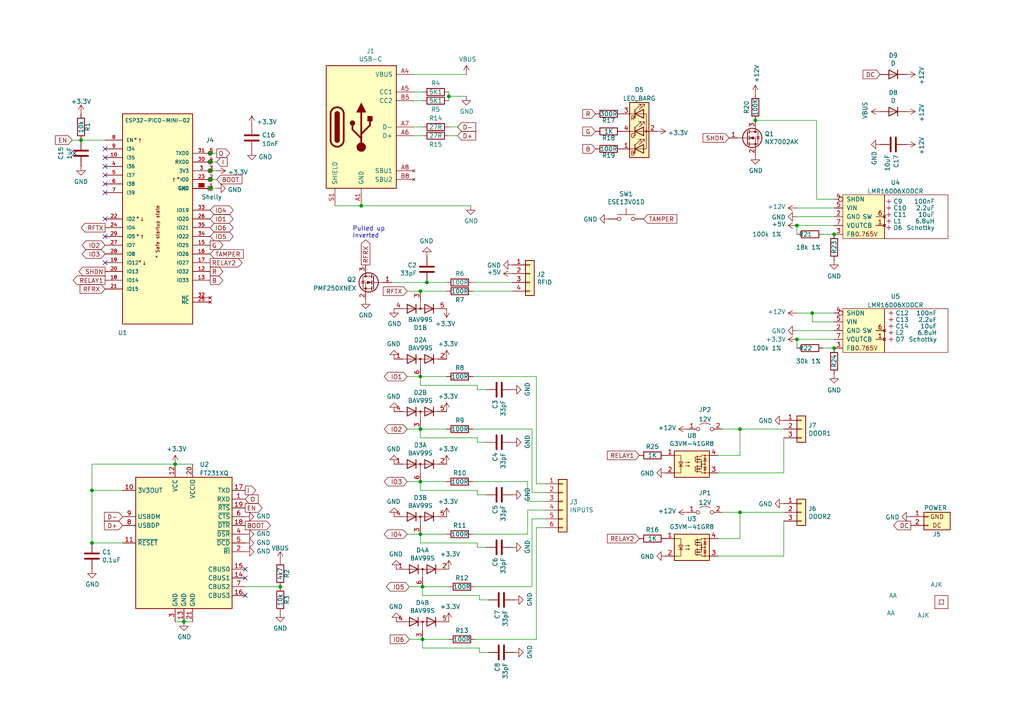
<source format=kicad_sch>
(kicad_sch (version 20230121) (generator eeschema)
  (paper "A4")
  (title_block (title "Access control") (date "${DATE}") (rev "3") (company "Adrian Kennard Andrews & Arnold Ltd") (comment 1 "toot.me.uk/@RevK") (comment 2 "www.me.uk"))
  (junction (at 60.96 49.53))
  (junction (at 123.825 81.915))
  (junction (at 121.92 124.46))
  (junction (at 122.555 170.18))
  (junction (at 104.775 59.69))
  (junction (at 60.96 46.99))
  (junction (at 81.28 170.18))
  (junction (at 241.935 100.965))
  (junction (at 214.63 148.59))
  (junction (at 26.67 157.48))
  (junction (at 121.92 139.7))
  (junction (at 53.34 180.34))
  (junction (at 122.555 185.42))
  (junction (at 130.175 27.94))
  (junction (at 214.63 124.46))
  (junction (at 26.67 142.24))
  (junction (at 121.92 109.22))
  (junction (at 231.14 98.425))
  (junction (at 60.96 52.07))
  (junction (at 60.96 54.61))
  (junction (at 50.8 134.62))
  (junction (at 235.585 90.805))
  (junction (at 60.96 44.45))
  (junction (at 121.92 84.455))
  (junction (at 23.495 40.64))
  (junction (at 231.14 65.405))
  (junction (at 219.075 34.925))
  (junction (at 241.935 67.945))
  (junction (at 121.92 154.94))
  (no_connect (at 21.59 44.45))
  (no_connect (at 71.12 167.64))
  (no_connect (at 71.12 165.1))
  (no_connect (at 71.12 172.72))
  (no_connect (at 30.48 50.8))
  (no_connect (at 30.48 43.18))
  (no_connect (at 30.48 45.72))
  (no_connect (at 30.48 48.26))
  (no_connect (at 30.48 53.34))
  (no_connect (at 30.48 55.88))
  (no_connect (at 30.48 63.5))
  (no_connect (at 30.48 68.58))
  (no_connect (at 30.48 76.2))
  (wire (pts (xy 122.555 187.96) (xy 139.065 187.96)))
  (wire (pts (xy 231.14 98.425) (xy 241.935 98.425)))
  (wire (pts (xy 138.43 111.76) (xy 138.43 113.03)))
  (wire (pts (xy 137.16 154.94) (xy 153.035 154.94)))
  (wire (pts (xy 71.12 170.18) (xy 81.28 170.18)))
  (wire (pts (xy 104.775 59.69) (xy 136.525 59.69)))
  (wire (pts (xy 130.175 36.83) (xy 132.715 36.83)))
  (wire (pts (xy 122.555 170.18) (xy 130.175 170.18)))
  (wire (pts (xy 121.92 84.455) (xy 129.54 84.455)))
  (wire (pts (xy 154.305 170.18) (xy 154.305 150.495)))
  (wire (pts (xy 121.92 142.24) (xy 138.43 142.24)))
  (wire (pts (xy 227.33 151.13) (xy 227.33 161.29)))
  (wire (pts (xy 231.14 98.425) (xy 231.14 100.965)))
  (wire (pts (xy 121.92 109.22) (xy 129.54 109.22)))
  (wire (pts (xy 53.34 180.34) (xy 55.88 180.34)))
  (wire (pts (xy 20.955 40.64) (xy 23.495 40.64)))
  (wire (pts (xy 26.67 142.24) (xy 26.67 134.62)))
  (wire (pts (xy 55.88 134.62) (xy 50.8 134.62)))
  (wire (pts (xy 137.16 139.7) (xy 153.035 139.7)))
  (wire (pts (xy 138.43 158.75) (xy 140.97 158.75)))
  (wire (pts (xy 231.14 65.405) (xy 241.935 65.405)))
  (wire (pts (xy 155.575 140.335) (xy 158.115 140.335)))
  (wire (pts (xy 231.14 60.325) (xy 241.935 60.325)))
  (wire (pts (xy 208.28 156.21) (xy 214.63 156.21)))
  (wire (pts (xy 121.92 139.7) (xy 129.54 139.7)))
  (wire (pts (xy 235.585 90.805) (xy 241.935 90.805)))
  (wire (pts (xy 120.015 36.83) (xy 122.555 36.83)))
  (wire (pts (xy 121.92 124.46) (xy 121.92 127)))
  (wire (pts (xy 231.14 90.805) (xy 235.585 90.805)))
  (wire (pts (xy 231.14 95.885) (xy 241.935 95.885)))
  (wire (pts (xy 120.015 26.67) (xy 122.555 26.67)))
  (wire (pts (xy 155.575 153.035) (xy 158.115 153.035)))
  (wire (pts (xy 121.92 139.7) (xy 121.92 142.24)))
  (wire (pts (xy 130.175 39.37) (xy 132.715 39.37)))
  (wire (pts (xy 208.28 132.08) (xy 214.63 132.08)))
  (wire (pts (xy 154.305 124.46) (xy 154.305 142.875)))
  (wire (pts (xy 236.855 34.925) (xy 236.855 57.785)))
  (wire (pts (xy 137.16 124.46) (xy 154.305 124.46)))
  (wire (pts (xy 214.63 124.46) (xy 209.55 124.46)))
  (wire (pts (xy 137.16 109.22) (xy 155.575 109.22)))
  (wire (pts (xy 153.035 154.94) (xy 153.035 147.955)))
  (wire (pts (xy 138.43 128.27) (xy 140.97 128.27)))
  (wire (pts (xy 121.92 127) (xy 138.43 127)))
  (wire (pts (xy 235.585 90.805) (xy 235.585 93.345)))
  (wire (pts (xy 60.96 52.07) (xy 62.865 52.07)))
  (wire (pts (xy 130.175 27.94) (xy 130.175 29.21)))
  (wire (pts (xy 231.14 65.405) (xy 231.14 67.945)))
  (wire (pts (xy 118.11 84.455) (xy 121.92 84.455)))
  (wire (pts (xy 208.28 161.29) (xy 227.33 161.29)))
  (wire (pts (xy 154.305 150.495) (xy 158.115 150.495)))
  (wire (pts (xy 231.14 62.865) (xy 241.935 62.865)))
  (wire (pts (xy 118.745 185.42) (xy 122.555 185.42)))
  (wire (pts (xy 153.035 147.955) (xy 158.115 147.955)))
  (wire (pts (xy 208.28 137.16) (xy 227.33 137.16)))
  (wire (pts (xy 137.16 81.915) (xy 148.59 81.915)))
  (wire (pts (xy 138.43 142.24) (xy 138.43 143.51)))
  (wire (pts (xy 120.015 21.59) (xy 135.255 21.59)))
  (wire (pts (xy 118.11 124.46) (xy 121.92 124.46)))
  (wire (pts (xy 139.065 187.96) (xy 139.065 189.23)))
  (wire (pts (xy 122.555 172.72) (xy 139.065 172.72)))
  (wire (pts (xy 60.96 54.61) (xy 62.865 54.61)))
  (wire (pts (xy 60.96 49.53) (xy 62.865 49.53)))
  (wire (pts (xy 153.035 145.415) (xy 158.115 145.415)))
  (wire (pts (xy 138.43 113.03) (xy 140.97 113.03)))
  (wire (pts (xy 139.065 172.72) (xy 139.065 173.99)))
  (wire (pts (xy 26.67 134.62) (xy 50.8 134.62)))
  (wire (pts (xy 155.575 185.42) (xy 155.575 153.035)))
  (wire (pts (xy 214.63 148.59) (xy 209.55 148.59)))
  (wire (pts (xy 139.065 173.99) (xy 141.605 173.99)))
  (wire (pts (xy 138.43 143.51) (xy 140.97 143.51)))
  (wire (pts (xy 50.8 180.34) (xy 53.34 180.34)))
  (wire (pts (xy 121.92 154.94) (xy 121.92 157.48)))
  (wire (pts (xy 123.825 81.915) (xy 129.54 81.915)))
  (wire (pts (xy 238.76 67.945) (xy 241.935 67.945)))
  (wire (pts (xy 139.065 189.23) (xy 141.605 189.23)))
  (wire (pts (xy 120.015 29.21) (xy 122.555 29.21)))
  (wire (pts (xy 236.855 57.785) (xy 241.935 57.785)))
  (wire (pts (xy 121.92 157.48) (xy 138.43 157.48)))
  (wire (pts (xy 122.555 185.42) (xy 130.175 185.42)))
  (wire (pts (xy 219.075 34.925) (xy 236.855 34.925)))
  (wire (pts (xy 153.035 139.7) (xy 153.035 145.415)))
  (wire (pts (xy 214.63 156.21) (xy 214.63 148.59)))
  (wire (pts (xy 120.015 39.37) (xy 122.555 39.37)))
  (wire (pts (xy 118.745 170.18) (xy 122.555 170.18)))
  (wire (pts (xy 35.56 157.48) (xy 26.67 157.48)))
  (wire (pts (xy 135.255 27.94) (xy 130.175 27.94)))
  (wire (pts (xy 214.63 132.08) (xy 214.63 124.46)))
  (wire (pts (xy 138.43 127) (xy 138.43 128.27)))
  (wire (pts (xy 121.92 109.22) (xy 121.92 111.76)))
  (wire (pts (xy 137.16 84.455) (xy 148.59 84.455)))
  (wire (pts (xy 121.92 124.46) (xy 129.54 124.46)))
  (wire (pts (xy 26.67 142.24) (xy 35.56 142.24)))
  (wire (pts (xy 122.555 170.18) (xy 122.555 172.72)))
  (wire (pts (xy 113.665 81.915) (xy 123.825 81.915)))
  (wire (pts (xy 130.175 26.67) (xy 130.175 27.94)))
  (wire (pts (xy 26.67 157.48) (xy 26.67 142.24)))
  (wire (pts (xy 137.795 185.42) (xy 155.575 185.42)))
  (wire (pts (xy 137.795 170.18) (xy 154.305 170.18)))
  (wire (pts (xy 60.96 44.45) (xy 62.865 44.45)))
  (wire (pts (xy 118.11 109.22) (xy 121.92 109.22)))
  (wire (pts (xy 227.33 127) (xy 227.33 137.16)))
  (wire (pts (xy 118.11 154.94) (xy 121.92 154.94)))
  (wire (pts (xy 121.92 111.76) (xy 138.43 111.76)))
  (wire (pts (xy 121.92 154.94) (xy 129.54 154.94)))
  (wire (pts (xy 122.555 185.42) (xy 122.555 187.96)))
  (wire (pts (xy 238.76 100.965) (xy 241.935 100.965)))
  (wire (pts (xy 214.63 148.59) (xy 227.33 148.59)))
  (wire (pts (xy 235.585 93.345) (xy 241.935 93.345)))
  (wire (pts (xy 155.575 109.22) (xy 155.575 140.335)))
  (wire (pts (xy 97.155 59.69) (xy 104.775 59.69)))
  (wire (pts (xy 154.305 142.875) (xy 158.115 142.875)))
  (wire (pts (xy 118.11 139.7) (xy 121.92 139.7)))
  (wire (pts (xy 23.495 40.64) (xy 30.48 40.64)))
  (wire (pts (xy 214.63 124.46) (xy 227.33 124.46)))
  (wire (pts (xy 138.43 157.48) (xy 138.43 158.75)))
  (wire (pts (xy 60.96 46.99) (xy 62.865 46.99)))
  (text "Pulled up\nInverted" (at 102.235 69.215 0) (effects (font (size 1.27 1.27)) (justify left bottom)))
  (global_label "BOOT" (shape output) (at 71.12 152.4 0) (property "Intersheetrefs" "${INTERSHEET_REFS}" (effects hide)))
  (global_label "IO3" (shape bidirectional) (at 118.11 139.7 180) (property "Intersheetrefs" "${INTERSHEET_REFS}" (effects hide)))
  (global_label "RELAY2" (shape output) (at 60.96 76.2 0) (property "Intersheetrefs" "${INTERSHEET_REFS}" (effects hide)))
  (global_label "I" (shape input) (at 62.865 46.99 0) (property "Intersheetrefs" "${INTERSHEET_REFS}" (effects hide)))
  (global_label "D+" (shape input) (at 35.56 152.4 180) (property "Intersheetrefs" "${INTERSHEET_REFS}" (effects hide)))
  (global_label "O" (shape output) (at 62.865 44.45 0) (property "Intersheetrefs" "${INTERSHEET_REFS}" (effects hide)))
  (global_label "B" (shape input) (at 172.72 43.18 180) (property "Intersheetrefs" "${INTERSHEET_REFS}" (effects hide)))
  (global_label "I" (shape output) (at 71.12 142.24 0) (property "Intersheetrefs" "${INTERSHEET_REFS}" (effects hide)))
  (global_label "IO4" (shape bidirectional) (at 118.11 154.94 180) (property "Intersheetrefs" "${INTERSHEET_REFS}" (effects hide)))
  (global_label "IO4" (shape bidirectional) (at 60.96 60.96 0) (property "Intersheetrefs" "${INTERSHEET_REFS}" (effects hide)))
  (global_label "O" (shape input) (at 71.12 144.78 0) (property "Intersheetrefs" "${INTERSHEET_REFS}" (effects hide)))
  (global_label "EN" (shape input) (at 20.955 40.64 180) (property "Intersheetrefs" "${INTERSHEET_REFS}" (effects hide)))
  (global_label "IO5" (shape bidirectional) (at 118.745 170.18 180) (property "Intersheetrefs" "${INTERSHEET_REFS}" (effects hide)))
  (global_label "BOOT" (shape input) (at 62.865 52.07 0) (property "Intersheetrefs" "${INTERSHEET_REFS}" (effects hide)))
  (global_label "D-" (shape input) (at 132.715 36.83 0) (property "Intersheetrefs" "${INTERSHEET_REFS}" (effects hide)))
  (global_label "R" (shape output) (at 60.96 78.74 0) (property "Intersheetrefs" "${INTERSHEET_REFS}" (effects hide)))
  (global_label "IO2" (shape bidirectional) (at 30.48 71.12 180) (property "Intersheetrefs" "${INTERSHEET_REFS}" (effects hide)))
  (global_label "SHDN" (shape input) (at 211.455 40.005 180) (property "Intersheetrefs" "${INTERSHEET_REFS}" (effects hide)))
  (global_label "RELAY2" (shape input) (at 185.42 156.21 180) (property "Intersheetrefs" "${INTERSHEET_REFS}" (effects hide)))
  (global_label "TAMPER" (shape input) (at 186.69 63.5 0) (property "Intersheetrefs" "${INTERSHEET_REFS}" (effects hide)))
  (global_label "RFTX" (shape output) (at 30.48 66.04 180) (property "Intersheetrefs" "${INTERSHEET_REFS}" (effects hide)))
  (global_label "TAMPER" (shape input) (at 60.96 73.66 0) (property "Intersheetrefs" "${INTERSHEET_REFS}" (effects hide)))
  (global_label "IO1" (shape bidirectional) (at 60.96 63.5 0) (property "Intersheetrefs" "${INTERSHEET_REFS}" (effects hide)))
  (global_label "RELAY1" (shape input) (at 185.42 132.08 180) (property "Intersheetrefs" "${INTERSHEET_REFS}" (effects hide)))
  (global_label "DC" (shape input) (at 255.27 21.59 180) (property "Intersheetrefs" "${INTERSHEET_REFS}" (effects hide)))
  (global_label "DC" (shape output) (at 264.16 152.4 180) (property "Intersheetrefs" "${INTERSHEET_REFS}" (effects hide)))
  (global_label "IO6" (shape bidirectional) (at 60.96 66.04 0) (property "Intersheetrefs" "${INTERSHEET_REFS}" (effects hide)))
  (global_label "G" (shape output) (at 60.96 71.12 0) (property "Intersheetrefs" "${INTERSHEET_REFS}" (effects hide)))
  (global_label "RFRX" (shape output) (at 106.045 76.835 90) (property "Intersheetrefs" "${INTERSHEET_REFS}" (effects hide)))
  (global_label "D+" (shape input) (at 132.715 39.37 0) (property "Intersheetrefs" "${INTERSHEET_REFS}" (effects hide)))
  (global_label "EN" (shape output) (at 71.12 147.32 0) (property "Intersheetrefs" "${INTERSHEET_REFS}" (effects hide)))
  (global_label "IO2" (shape bidirectional) (at 118.11 124.46 180) (property "Intersheetrefs" "${INTERSHEET_REFS}" (effects hide)))
  (global_label "IO1" (shape bidirectional) (at 118.11 109.22 180) (property "Intersheetrefs" "${INTERSHEET_REFS}" (effects hide)))
  (global_label "IO3" (shape bidirectional) (at 30.48 73.66 180) (property "Intersheetrefs" "${INTERSHEET_REFS}" (effects hide)))
  (global_label "D-" (shape input) (at 35.56 149.86 180) (property "Intersheetrefs" "${INTERSHEET_REFS}" (effects hide)))
  (global_label "RELAY1" (shape output) (at 30.48 81.28 180) (property "Intersheetrefs" "${INTERSHEET_REFS}" (effects hide)))
  (global_label "RFRX" (shape input) (at 30.48 83.82 180) (property "Intersheetrefs" "${INTERSHEET_REFS}" (effects hide)))
  (global_label "B" (shape output) (at 60.96 81.28 0) (property "Intersheetrefs" "${INTERSHEET_REFS}" (effects hide)))
  (global_label "IO6" (shape input) (at 118.745 185.42 180) (property "Intersheetrefs" "${INTERSHEET_REFS}" (effects hide)))
  (global_label "G" (shape input) (at 172.72 38.1 180) (property "Intersheetrefs" "${INTERSHEET_REFS}" (effects hide)))
  (global_label "SHDN" (shape output) (at 30.48 78.74 180) (property "Intersheetrefs" "${INTERSHEET_REFS}" (effects hide)))
  (global_label "R" (shape input) (at 172.72 33.02 180) (property "Intersheetrefs" "${INTERSHEET_REFS}" (effects hide)))
  (global_label "IO5" (shape bidirectional) (at 60.96 68.58 0) (property "Intersheetrefs" "${INTERSHEET_REFS}" (effects hide)))
  (global_label "RFTX" (shape input) (at 118.11 84.455 180) (property "Intersheetrefs" "${INTERSHEET_REFS}" (effects hide)))
  (symbol (lib_id "RevK:USB-C") (at 104.775 36.83 0) (unit 1)
    (property "Reference" "J1" (at 107.4928 14.8082 0))
    (property "Value" "USB-C" (at 107.4928 17.1196 0))
    (property "Footprint" "RevK:USC16-TR" (effects hide))
    (property "Datasheet" "https://www.usb.org/sites/default/files/documents/usb_type-c.zip" (effects hide))
    (property "LCSC Part #" "C709357" (effects hide))
  )
  (symbol (lib_id "Device:R") (at 126.365 26.67 90) (unit 1)
    (property "Reference" "R4" (at 126.365 24.13 90))
    (property "Value" "5K1" (at 126.365 26.67 90))
    (property "Footprint" "RevK:R_0603" (effects hide))
  )
  (symbol (lib_id "power:GND") (at 136.525 59.69 0) (unit 1)
    (property "Reference" "#PWR032" (effects hide))
    (property "Value" "GND" (at 136.652 64.0842 0))
  )
  (symbol (lib_id "Device:R") (at 126.365 29.21 270) (unit 1)
    (property "Reference" "R5" (at 126.365 31.75 90))
    (property "Value" "5K1" (at 126.365 29.21 90))
    (property "Footprint" "RevK:R_0603" (effects hide))
  )
  (symbol (lib_id "RevK:AJK") (at 271.78 169.545 0) (unit 1) (in_bom no)
    (property "Reference" "AJK1" (effects hide))
    (property "Value" "AJK" (at 269.875 169.545 0) (effects (justify left)))
    (property "Footprint" "RevK:AJK" (effects hide))
    (property "Note" "Non part, PCB printed" (effects hide))
  )
  (symbol (lib_id "Connector_Generic:Conn_01x04") (at 153.67 79.375 0) (unit 1)
    (property "Reference" "J2" (at 155.702 79.5782 0) (effects (justify left)))
    (property "Value" "RFID" (at 155.702 81.8896 0) (effects (justify left)))
    (property "Footprint" "RevK:PTSM-HH-4-RA" (effects hide))
  )
  (symbol (lib_id "RevK:PowerIn") (at 269.24 149.86 0) (unit 1)
    (property "Reference" "J5" (at 270.51 154.94 0) (effects (justify left)))
    (property "Value" "POWER" (at 267.97 147.32 0) (effects (justify left)))
    (property "Footprint" "RevK:PTSM-HH1-2-RA" (effects hide))
  )
  (symbol (lib_id "power:GND") (at 148.59 76.835 270) (unit 1)
    (property "Reference" "#PWR033" (effects hide))
    (property "Value" "GND" (at 145.3388 76.962 90) (effects (justify right)))
  )
  (symbol (lib_id "power:GND") (at 264.16 149.86 270) (unit 1)
    (property "Reference" "#PWR045" (effects hide))
    (property "Value" "GND" (at 260.9088 149.987 90) (effects (justify right)))
  )
  (symbol (lib_id "power:+5V") (at 148.59 79.375 90) (unit 1)
    (property "Reference" "#PWR034" (effects hide))
    (property "Value" "+5V" (at 145.3388 78.994 90) (effects (justify left)))
  )
  (symbol (lib_id "power:GND") (at 193.04 161.29 270) (unit 1)
    (property "Reference" "#PWR041" (effects hide))
    (property "Value" "GND" (at 189.7888 161.417 90) (effects (justify right)))
  )
  (symbol (lib_id "Device:R") (at 189.23 156.21 270) (unit 1)
    (property "Reference" "R16" (at 189.23 153.67 90))
    (property "Value" "1K" (at 189.23 156.21 90))
    (property "Footprint" "RevK:R_0603" (effects hide))
  )
  (symbol (lib_id "power:GND") (at 219.075 45.085 0) (unit 1)
    (property "Reference" "#PWR049" (effects hide))
    (property "Value" "GND" (at 219.202 49.4792 0))
  )
  (symbol (lib_id "power:GND") (at 53.34 180.34 0) (unit 1)
    (property "Reference" "#PWR04" (effects hide))
    (property "Value" "GND" (at 53.467 184.7342 0))
  )
  (symbol (lib_id "power:+3.3V") (at 50.8 134.62 0) (unit 1)
    (property "Reference" "#PWR03" (effects hide))
    (property "Value" "+3.3V" (at 51.181 130.2258 0))
  )
  (symbol (lib_id "power:GND") (at 71.12 149.86 90) (unit 1)
    (property "Reference" "#PWR07" (effects hide))
    (property "Value" "GND" (at 74.3712 149.733 90) (effects (justify right)))
  )
  (symbol (lib_id "power:GND") (at 71.12 154.94 90) (unit 1)
    (property "Reference" "#PWR08" (effects hide))
    (property "Value" "GND" (at 74.3712 154.813 90) (effects (justify right)))
  )
  (symbol (lib_id "power:GND") (at 71.12 157.48 90) (unit 1)
    (property "Reference" "#PWR09" (effects hide))
    (property "Value" "GND" (at 74.3712 157.353 90) (effects (justify right)))
  )
  (symbol (lib_id "power:GND") (at 71.12 160.02 90) (unit 1)
    (property "Reference" "#PWR010" (effects hide))
    (property "Value" "GND" (at 74.3712 159.893 90) (effects (justify right)))
  )
  (symbol (lib_id "RevK:G3VM-41GR8") (at 200.66 158.75 0) (unit 1)
    (property "Reference" "U3" (at 200.66 150.495 0))
    (property "Value" "G3VM-41GR8" (at 200.66 152.8064 0))
    (property "Footprint" "RevK:Special-SOP-4-3.7x4.55" (effects hide))
    (property "Datasheet" "https://toshiba.semicon-storage.com/info/docget.jsp?did=1284&prodName=TLP3542" (effects hide))
    (property "LCSC Part #" "C2691601" (effects hide))
    (property "JLCPCB Rotation Offset" "180" (effects hide))
  )
  (symbol (lib_id "Device:R") (at 126.365 36.83 270) (unit 1)
    (property "Reference" "R14" (at 126.365 34.29 90))
    (property "Value" "27R" (at 126.365 36.83 90))
    (property "Footprint" "RevK:R_0603" (effects hide))
  )
  (symbol (lib_id "Device:R") (at 126.365 39.37 270) (unit 1)
    (property "Reference" "R15" (at 126.365 41.91 90))
    (property "Value" "27R" (at 126.365 39.37 90))
    (property "Footprint" "RevK:R_0603" (effects hide))
  )
  (symbol (lib_id "Connector_Generic:Conn_01x03") (at 232.41 148.59 0) (unit 1)
    (property "Reference" "J6" (at 234.442 147.5232 0) (effects (justify left)))
    (property "Value" "DOOR2" (at 234.442 149.8346 0) (effects (justify left)))
    (property "Footprint" "RevK:PTSM-HH1-3-RA-W" (effects hide))
  )
  (symbol (lib_id "Connector_Generic:Conn_01x06") (at 163.195 145.415 0) (unit 1)
    (property "Reference" "J3" (at 165.227 145.6182 0) (effects (justify left)))
    (property "Value" "INPUTS" (at 165.227 147.9296 0) (effects (justify left)))
    (property "Footprint" "RevK:PTSM-HH-6-RA" (effects hide))
  )
  (symbol (lib_id "power:+12V") (at 199.39 148.59 90) (unit 1)
    (property "Reference" "#PWR042" (effects hide))
    (property "Value" "+12V" (at 196.1388 148.209 90) (effects (justify left)))
  )
  (symbol (lib_id "power:+12V") (at 262.89 32.385 270) (unit 1)
    (property "Reference" "#PWR059" (effects hide))
    (property "Value" "+12V" (at 267.2842 32.766 0))
  )
  (symbol (lib_id "Device:D") (at 259.08 32.385 180) (unit 1)
    (property "Reference" "D8" (at 259.08 26.8732 0))
    (property "Value" "D" (at 259.08 29.1846 0))
    (property "Footprint" "RevK:D_1206" (effects hide))
    (property "LCSC Part #" "C143805" (effects hide))
  )
  (symbol (lib_id "power:VBUS") (at 255.27 32.385 90) (unit 1)
    (property "Reference" "#PWR058" (effects hide))
    (property "Value" "VBUS" (at 250.8758 32.004 0))
  )
  (symbol (lib_id "power:GND") (at 227.33 146.05 270) (unit 1)
    (property "Reference" "#PWR047" (effects hide))
    (property "Value" "GND" (at 224.0788 146.177 90) (effects (justify right)))
  )
  (symbol (lib_id "RevK:QR") (at 273.05 174.625 0) (unit 1) (in_bom no)
    (property "Reference" "U7" (effects hide))
    (property "Value" "QR" (effects hide))
    (property "Footprint" "RevK:QR-SS" (effects hide))
    (property "Note" "Non part, PCB printed" (effects hide))
  )
  (symbol (lib_id "Device:C") (at 26.67 161.29 0) (unit 1)
    (property "Reference" "C1" (at 29.591 160.1216 0) (effects (justify left)))
    (property "Value" "0.1uF" (at 29.591 162.433 0) (effects (justify left)))
    (property "Footprint" "RevK:C_0603" (effects hide))
  )
  (symbol (lib_id "power:GND") (at 26.67 165.1 0) (unit 1)
    (property "Reference" "#PWR01" (effects hide))
    (property "Value" "GND" (at 26.797 169.4942 0))
  )
  (symbol (lib_id "power:+12V") (at 231.14 90.805 90) (unit 1)
    (property "Reference" "#PWR053" (effects hide))
    (property "Value" "+12V" (at 227.8888 90.424 90) (effects (justify left)))
  )
  (symbol (lib_id "power:+12V") (at 231.14 60.325 90) (unit 1)
    (property "Reference" "#PWR050" (effects hide))
    (property "Value" "+12V" (at 227.8888 59.944 90) (effects (justify left)))
  )
  (symbol (lib_id "power:+5V") (at 231.14 65.405 90) (unit 1)
    (property "Reference" "#PWR052" (effects hide))
    (property "Value" "+5V" (at 227.8888 65.024 90) (effects (justify left)))
  )
  (symbol (lib_id "Switch:SW_Push") (at 181.61 63.5 0) (unit 1)
    (property "Reference" "SW1" (at 181.61 56.261 0))
    (property "Value" "ESE13V01D" (at 181.61 58.5724 0))
    (property "Footprint" "RevK:ESE13" (effects hide))
  )
  (symbol (lib_id "power:GND") (at 176.53 63.5 270) (unit 1)
    (property "Reference" "#PWR043" (effects hide))
    (property "Value" "GND" (at 173.2788 63.627 90) (effects (justify right)))
  )
  (symbol (lib_id "Device:R") (at 219.075 31.115 180) (unit 1)
    (property "Reference" "R20" (at 216.535 31.115 90))
    (property "Value" "100K" (at 219.075 31.115 90))
    (property "Footprint" "RevK:R_0603" (effects hide))
  )
  (symbol (lib_id "power:+12V") (at 219.075 27.305 0) (unit 1)
    (property "Reference" "#PWR048" (effects hide))
    (property "Value" "+12V" (at 219.456 24.0538 90) (effects (justify left)))
  )
  (symbol (lib_id "Device:R") (at 133.35 84.455 270) (unit 1)
    (property "Reference" "R7" (at 133.35 86.995 90))
    (property "Value" "100R" (at 133.35 84.455 90))
    (property "Footprint" "RevK:R_0603" (effects hide))
  )
  (symbol (lib_id "Device:R") (at 133.35 81.915 270) (unit 1)
    (property "Reference" "R6" (at 133.35 79.375 90))
    (property "Value" "100R" (at 133.35 81.915 90))
    (property "Footprint" "RevK:R_0603" (effects hide))
  )
  (symbol (lib_id "Device:R") (at 133.35 109.22 270) (unit 1)
    (property "Reference" "R8" (at 133.35 106.68 90))
    (property "Value" "100R" (at 133.35 109.22 90))
    (property "Footprint" "RevK:R_0603" (effects hide))
  )
  (symbol (lib_id "Diode:BAV99S") (at 121.92 104.14 0) (unit 1)
    (property "Reference" "D2" (at 121.92 98.6282 0))
    (property "Value" "BAV99S" (at 121.92 100.9396 0))
    (property "Footprint" "RevK:SOT-363_SC-70-6" (effects hide))
    (property "Datasheet" "https://assets.nexperia.com/documents/data-sheet/BAV99_SER.pdf" (effects hide))
    (property "JLCPCB Rotation Offset" "90" (effects hide))
  )
  (symbol (lib_id "power:+3.3V") (at 129.54 104.14 0) (unit 1)
    (property "Reference" "#PWR024" (effects hide))
    (property "Value" "+3.3V" (at 129.921 99.7458 0))
  )
  (symbol (lib_id "Device:R") (at 133.35 124.46 270) (unit 1)
    (property "Reference" "R9" (at 133.35 121.92 90))
    (property "Value" "100R" (at 133.35 124.46 90))
    (property "Footprint" "RevK:R_0603" (effects hide))
  )
  (symbol (lib_id "Diode:BAV99S") (at 121.92 119.38 0) (unit 2)
    (property "Reference" "D2" (at 121.92 113.8682 0))
    (property "Value" "BAV99S" (at 121.92 116.1796 0))
    (property "Footprint" "RevK:SOT-363_SC-70-6" (effects hide))
    (property "Datasheet" "https://assets.nexperia.com/documents/data-sheet/BAV99_SER.pdf" (effects hide))
    (property "JLCPCB Rotation Offset" "90" (effects hide))
  )
  (symbol (lib_id "power:+3.3V") (at 129.54 119.38 0) (unit 1)
    (property "Reference" "#PWR025" (effects hide))
    (property "Value" "+3.3V" (at 129.921 114.9858 0))
  )
  (symbol (lib_id "power:GND") (at 114.3 119.38 180) (unit 1)
    (property "Reference" "#PWR017" (effects hide))
    (property "Value" "GND" (at 114.173 114.9858 0))
  )
  (symbol (lib_id "Diode:BAV99S") (at 121.92 89.535 0) (mirror x) (unit 2)
    (property "Reference" "D1" (at 121.92 95.0468 0))
    (property "Value" "BAV99S" (at 121.92 92.7354 0))
    (property "Footprint" "RevK:SOT-363_SC-70-6" (effects hide))
    (property "Datasheet" "https://assets.nexperia.com/documents/data-sheet/BAV99_SER.pdf" (effects hide))
    (property "JLCPCB Rotation Offset" "90" (effects hide))
  )
  (symbol (lib_id "power:+3.3V") (at 129.54 89.535 180) (unit 1)
    (property "Reference" "#PWR023" (effects hide))
    (property "Value" "+3.3V" (at 129.159 93.9292 0))
  )
  (symbol (lib_id "power:GND") (at 114.3 89.535 0) (unit 1)
    (property "Reference" "#PWR015" (effects hide))
    (property "Value" "GND" (at 114.427 93.9292 0))
  )
  (symbol (lib_id "RevK:AA") (at 258.445 172.72 0) (unit 1) (in_bom no)
    (property "Reference" "U6" (effects hide))
    (property "Value" "AA" (at 257.81 172.72 0) (effects (justify left)))
    (property "Footprint" "RevK:AA" (effects hide))
    (property "Note" "Non part, PCB printed" (effects hide))
  )
  (symbol (lib_id "Device:C") (at 144.78 113.03 90) (mirror x) (unit 1)
    (property "Reference" "C3" (at 143.6116 115.951 0) (effects (justify left)))
    (property "Value" "33pF" (at 145.923 115.951 0) (effects (justify left)))
    (property "Footprint" "RevK:C_0603" (effects hide))
  )
  (symbol (lib_id "power:GND") (at 148.59 113.03 90) (unit 1)
    (property "Reference" "#PWR035" (effects hide))
    (property "Value" "GND" (at 152.9842 112.903 0))
  )
  (symbol (lib_id "Device:R") (at 133.35 139.7 270) (unit 1)
    (property "Reference" "R10" (at 133.35 137.16 90))
    (property "Value" "100R" (at 133.35 139.7 90))
    (property "Footprint" "RevK:R_0603" (effects hide))
  )
  (symbol (lib_id "Diode:BAV99S") (at 121.92 134.62 0) (unit 1)
    (property "Reference" "D3" (at 121.92 129.1082 0))
    (property "Value" "BAV99S" (at 121.92 131.4196 0))
    (property "Footprint" "RevK:SOT-363_SC-70-6" (effects hide))
    (property "Datasheet" "https://assets.nexperia.com/documents/data-sheet/BAV99_SER.pdf" (effects hide))
    (property "JLCPCB Rotation Offset" "90" (effects hide))
  )
  (symbol (lib_id "power:+3.3V") (at 129.54 134.62 0) (unit 1)
    (property "Reference" "#PWR026" (effects hide))
    (property "Value" "+3.3V" (at 129.921 130.2258 0))
  )
  (symbol (lib_id "power:GND") (at 114.3 134.62 180) (unit 1)
    (property "Reference" "#PWR018" (effects hide))
    (property "Value" "GND" (at 114.173 130.2258 0))
  )
  (symbol (lib_id "Device:R") (at 133.35 154.94 270) (unit 1)
    (property "Reference" "R11" (at 133.35 152.4 90))
    (property "Value" "100R" (at 133.35 154.94 90))
    (property "Footprint" "RevK:R_0603" (effects hide))
  )
  (symbol (lib_id "Diode:BAV99S") (at 121.92 149.86 0) (unit 2)
    (property "Reference" "D3" (at 121.92 144.3482 0))
    (property "Value" "BAV99S" (at 121.92 146.6596 0))
    (property "Footprint" "RevK:SOT-363_SC-70-6" (effects hide))
    (property "Datasheet" "https://assets.nexperia.com/documents/data-sheet/BAV99_SER.pdf" (effects hide))
    (property "JLCPCB Rotation Offset" "90" (effects hide))
  )
  (symbol (lib_id "power:+3.3V") (at 129.54 149.86 0) (unit 1)
    (property "Reference" "#PWR027" (effects hide))
    (property "Value" "+3.3V" (at 129.921 145.4658 0))
  )
  (symbol (lib_id "power:GND") (at 114.3 149.86 180) (unit 1)
    (property "Reference" "#PWR019" (effects hide))
    (property "Value" "GND" (at 114.173 145.4658 0))
  )
  (symbol (lib_id "Device:R") (at 133.985 170.18 270) (unit 1)
    (property "Reference" "R12" (at 133.985 167.64 90))
    (property "Value" "100R" (at 133.985 170.18 90))
    (property "Footprint" "RevK:R_0603" (effects hide))
  )
  (symbol (lib_id "Diode:BAV99S") (at 122.555 165.1 0) (unit 1)
    (property "Reference" "D4" (at 122.555 159.5882 0))
    (property "Value" "BAV99S" (at 122.555 161.8996 0))
    (property "Footprint" "RevK:SOT-363_SC-70-6" (effects hide))
    (property "Datasheet" "https://assets.nexperia.com/documents/data-sheet/BAV99_SER.pdf" (effects hide))
    (property "JLCPCB Rotation Offset" "90" (effects hide))
  )
  (symbol (lib_id "power:+3.3V") (at 130.175 165.1 0) (unit 1)
    (property "Reference" "#PWR028" (effects hide))
    (property "Value" "+3.3V" (at 130.556 160.7058 0))
  )
  (symbol (lib_id "power:GND") (at 114.935 165.1 180) (unit 1)
    (property "Reference" "#PWR020" (effects hide))
    (property "Value" "GND" (at 114.808 160.7058 0))
  )
  (symbol (lib_id "Device:R") (at 133.985 185.42 270) (unit 1)
    (property "Reference" "R13" (at 133.985 182.88 90))
    (property "Value" "100R" (at 133.985 185.42 90))
    (property "Footprint" "RevK:R_0603" (effects hide))
  )
  (symbol (lib_id "Diode:BAV99S") (at 122.555 180.34 0) (unit 2)
    (property "Reference" "D4" (at 122.555 174.8282 0))
    (property "Value" "BAV99S" (at 122.555 177.1396 0))
    (property "Footprint" "RevK:SOT-363_SC-70-6" (effects hide))
    (property "Datasheet" "https://assets.nexperia.com/documents/data-sheet/BAV99_SER.pdf" (effects hide))
    (property "JLCPCB Rotation Offset" "90" (effects hide))
  )
  (symbol (lib_id "power:+3.3V") (at 130.175 180.34 0) (unit 1)
    (property "Reference" "#PWR029" (effects hide))
    (property "Value" "+3.3V" (at 130.556 175.9458 0))
  )
  (symbol (lib_id "power:GND") (at 114.935 180.34 180) (unit 1)
    (property "Reference" "#PWR021" (effects hide))
    (property "Value" "GND" (at 114.808 175.9458 0))
  )
  (symbol (lib_id "Device:C") (at 144.78 128.27 90) (mirror x) (unit 1)
    (property "Reference" "C4" (at 143.6116 131.191 0) (effects (justify left)))
    (property "Value" "33pF" (at 145.923 131.191 0) (effects (justify left)))
    (property "Footprint" "RevK:C_0603" (effects hide))
  )
  (symbol (lib_id "power:GND") (at 148.59 128.27 90) (unit 1)
    (property "Reference" "#PWR036" (effects hide))
    (property "Value" "GND" (at 152.9842 128.143 0))
  )
  (symbol (lib_id "Device:C") (at 144.78 143.51 90) (mirror x) (unit 1)
    (property "Reference" "C5" (at 143.6116 146.431 0) (effects (justify left)))
    (property "Value" "33pF" (at 145.923 146.431 0) (effects (justify left)))
    (property "Footprint" "RevK:C_0603" (effects hide))
  )
  (symbol (lib_id "power:GND") (at 148.59 143.51 90) (unit 1)
    (property "Reference" "#PWR037" (effects hide))
    (property "Value" "GND" (at 152.9842 143.383 0))
  )
  (symbol (lib_id "Device:C") (at 144.78 158.75 90) (mirror x) (unit 1)
    (property "Reference" "C6" (at 143.6116 161.671 0) (effects (justify left)))
    (property "Value" "33pF" (at 145.923 161.671 0) (effects (justify left)))
    (property "Footprint" "RevK:C_0603" (effects hide))
  )
  (symbol (lib_id "power:GND") (at 148.59 158.75 90) (unit 1)
    (property "Reference" "#PWR038" (effects hide))
    (property "Value" "GND" (at 152.9842 158.623 0))
  )
  (symbol (lib_id "Device:C") (at 145.415 173.99 90) (mirror x) (unit 1)
    (property "Reference" "C7" (at 144.2466 176.911 0) (effects (justify left)))
    (property "Value" "33pF" (at 146.558 176.911 0) (effects (justify left)))
    (property "Footprint" "RevK:C_0603" (effects hide))
  )
  (symbol (lib_id "power:GND") (at 149.225 173.99 90) (unit 1)
    (property "Reference" "#PWR039" (effects hide))
    (property "Value" "GND" (at 153.6192 173.863 0))
  )
  (symbol (lib_id "Device:C") (at 145.415 189.23 90) (mirror x) (unit 1)
    (property "Reference" "C8" (at 144.2466 192.151 0) (effects (justify left)))
    (property "Value" "33pF" (at 146.558 192.151 0) (effects (justify left)))
    (property "Footprint" "RevK:C_0603" (effects hide))
  )
  (symbol (lib_id "power:GND") (at 149.225 189.23 90) (unit 1)
    (property "Reference" "#PWR040" (effects hide))
    (property "Value" "GND" (at 153.6192 189.103 0))
  )
  (symbol (lib_id "Device:C") (at 123.825 78.105 0) (mirror y) (unit 1)
    (property "Reference" "C2" (at 120.904 76.9366 0) (effects (justify left)))
    (property "Value" "33pF" (at 120.904 79.248 0) (effects (justify left)))
    (property "Footprint" "RevK:C_0603" (effects hide))
  )
  (symbol (lib_id "power:GND") (at 123.825 74.295 180) (unit 1)
    (property "Reference" "#PWR013" (effects hide))
    (property "Value" "GND" (at 123.698 69.9008 0))
  )
  (symbol (lib_id "Device:Q_NMOS_GSD") (at 216.535 40.005 0) (unit 1)
    (property "Reference" "Q1" (at 221.742 38.8366 0) (effects (justify left)))
    (property "Value" "NX7002AK" (at 221.742 41.148 0) (effects (justify left)))
    (property "Footprint" "Package_TO_SOT_SMD:SOT-23" (effects hide))
    (property "Manufacturer" "Nexperia" (effects hide))
    (property "Part No" "NX7002AK" (effects hide))
    (property "JLCPCB Rotation Offset" "180" (effects hide))
  )
  (symbol (lib_id "power:VBUS") (at 135.255 21.59 0) (unit 1)
    (property "Reference" "#PWR030" (effects hide))
    (property "Value" "VBUS" (at 135.636 17.1958 0))
  )
  (symbol (lib_id "power:GND") (at 135.255 27.94 0) (unit 1)
    (property "Reference" "#PWR031" (effects hide))
    (property "Value" "GND" (at 135.382 32.3342 0))
  )
  (symbol (lib_id "power:GND") (at 114.3 104.14 180) (unit 1)
    (property "Reference" "#PWR016" (effects hide))
    (property "Value" "GND" (at 114.173 99.7458 0))
  )
  (symbol (lib_id "power:+12V") (at 262.89 21.59 270) (unit 1)
    (property "Reference" "#PWR0105" (effects hide))
    (property "Value" "+12V" (at 267.2842 21.971 0))
  )
  (symbol (lib_id "RevK:AA") (at 257.81 177.8 0) (unit 1) (in_bom no)
    (property "Reference" "U9" (effects hide))
    (property "Value" "AA" (at 257.175 177.8 0) (effects (justify left)))
    (property "Footprint" "RevK:AA" (effects hide))
    (property "Note" "Non part, PCB printed" (effects hide))
  )
  (symbol (lib_id "RevK:Shelly") (at 60.96 49.53 0) (unit 1) (in_bom no)
    (property "Reference" "J4" (at 59.69 40.64 0) (effects (justify left)))
    (property "Value" "Shelly" (at 58.42 57.15 0) (effects (justify left)))
    (property "Footprint" "RevK:Shelly" (effects hide))
  )
  (symbol (lib_id "power:+12V") (at 262.89 41.91 270) (unit 1)
    (property "Reference" "#PWR0106" (effects hide))
    (property "Value" "+12V" (at 267.2842 42.291 0))
  )
  (symbol (lib_id "RevK:Hidden") (at 257.81 60.325 0) (unit 1)
    (property "Reference" "C10" (at 259.08 60.325 0) (effects (justify left)))
    (property "Value" "2.2uF" (at 271.145 60.325 0) (effects (justify right)))
    (property "Footprint" "RevK:C_0805_" (effects hide))
    (property "LCSC Part #" "C19110" (effects hide))
  )
  (symbol (lib_id "power:GND") (at 73.025 43.815 0) (unit 1)
    (property "Reference" "#PWR0103" (effects hide))
    (property "Value" "GND" (at 74.93 45.5188 0) (effects (justify left)))
  )
  (symbol (lib_id "Jumper:Jumper_2_Open") (at 204.47 124.46 0) (unit 1) (in_bom no)
    (property "Reference" "JP2" (at 204.47 118.8425 0))
    (property "Value" "12V" (at 204.47 121.6176 0))
    (property "Footprint" "Jumper:SolderJumper-2_P1.3mm_Open_RoundedPad1.0x1.5mm" (effects hide))
  )
  (symbol (lib_id "Device:R") (at 241.935 104.775 180) (unit 1)
    (property "Reference" "R24" (at 241.935 106.68 90) (effects (justify right)))
    (property "Value" "30k 1%" (at 238.125 104.775 0) (effects (justify left)))
    (property "Footprint" "RevK:R_0603" (effects hide))
    (property "LCSC Part #" "C100001" (effects hide))
  )
  (symbol (lib_id "power:GND") (at 255.27 41.91 270) (unit 1)
    (property "Reference" "#PWR0107" (effects hide))
    (property "Value" "GND" (at 253.5662 43.815 0) (effects (justify left)))
  )
  (symbol (lib_id "RevK:Hidden") (at 257.81 58.42 0) (unit 1)
    (property "Reference" "C9" (at 259.08 58.42 0) (effects (justify left)))
    (property "Value" "100nF" (at 271.145 58.42 0) (effects (justify right)))
    (property "Footprint" "RevK:C_0603_" (effects hide))
    (property "Note" "X7R or X5R 0603" (effects hide))
    (property "LCSC Part #" "C30926" (effects hide))
  )
  (symbol (lib_id "Device:R") (at 81.28 166.37 0) (unit 1)
    (property "Reference" "R2" (at 83.185 166.37 90))
    (property "Value" "4k7" (at 81.28 166.37 90))
    (property "Footprint" "RevK:R_0603" (effects hide))
  )
  (symbol (lib_id "Device:R") (at 23.495 36.83 0) (unit 1)
    (property "Reference" "R1" (at 25.4 36.83 90))
    (property "Value" "10k" (at 23.495 36.83 90))
    (property "Footprint" "RevK:R_0603" (effects hide))
  )
  (symbol (lib_id "RevK:LMR16006XDDCR") (at 241.935 57.785 0) (unit 1)
    (property "Reference" "U4" (at 259.715 52.9422 0))
    (property "Value" "LMR16006XDDCR" (at 259.715 55.4791 0))
    (property "Footprint" "RevK:SOT-23-Thin-6-Reg" (effects hide))
    (property "Manufacturer" "TI" (effects hide))
    (property "Part No" "LMR16006XDDCR" (effects hide))
    (property "LCSC Part #" "C87080" (effects hide))
    (property "JLCPCB Rotation Offset" "90" (effects hide))
  )
  (symbol (lib_id "power:+3.3V") (at 190.5 38.1 270) (unit 1)
    (property "Reference" "#PWR0102" (effects hide))
    (property "Value" "+3.3V" (at 193.675 38.5338 90) (effects (justify left)))
  )
  (symbol (lib_id "RevK:Hidden") (at 258.445 98.425 0) (unit 1)
    (property "Reference" "D7" (at 259.715 98.425 0) (effects (justify left)))
    (property "Value" "Schottky" (at 271.78 98.425 0) (effects (justify right)))
    (property "Footprint" "RevK:D_1206_" (effects hide))
    (property "Datasheet" "https://www.mouser.co.uk/datasheet/2/54/CD1206-B220_B2100-777245.pdf" (effects hide))
    (property "Manufacturer" "Bourns" (effects hide))
    (property "LCSC Part #" "C143805" (effects hide))
    (property "JLCPCB Rotation Offset" "0" (effects hide))
  )
  (symbol (lib_id "RevK:G3VM-41GR8") (at 200.66 134.62 0) (unit 1)
    (property "Reference" "U8" (at 200.66 126.365 0))
    (property "Value" "G3VM-41GR8" (at 200.66 128.6764 0))
    (property "Footprint" "RevK:Special-SOP-4-3.7x4.55" (effects hide))
    (property "Datasheet" "https://toshiba.semicon-storage.com/info/docget.jsp?did=1284&prodName=TLP3542" (effects hide))
    (property "LCSC Part #" "C2691601" (effects hide))
    (property "JLCPCB Rotation Offset" "180" (effects hide))
  )
  (symbol (lib_id "power:VBUS") (at 81.28 162.56 0) (unit 1)
    (property "Reference" "#PWR011" (effects hide))
    (property "Value" "VBUS" (at 81.28 158.9842 0))
  )
  (symbol (lib_id "Device:R") (at 176.53 33.02 270) (unit 1)
    (property "Reference" "R17" (at 176.53 34.925 90))
    (property "Value" "300R" (at 176.53 33.02 90))
    (property "Footprint" "RevK:R_0603" (effects hide))
    (property "Part No" "0603-680R" (effects hide))
  )
  (symbol (lib_id "Device:R") (at 189.23 132.08 270) (unit 1)
    (property "Reference" "R25" (at 189.23 129.54 90))
    (property "Value" "1K" (at 189.23 132.08 90))
    (property "Footprint" "RevK:R_0603" (effects hide))
  )
  (symbol (lib_id "power:GND") (at 227.33 121.92 270) (unit 1)
    (property "Reference" "#PWR0109" (effects hide))
    (property "Value" "GND" (at 224.0788 122.047 90) (effects (justify right)))
  )
  (symbol (lib_id "RevK:AJK") (at 267.97 177.8 0) (unit 1) (in_bom no)
    (property "Reference" "Logo1" (effects hide))
    (property "Value" "AJK" (at 266.065 178.435 0) (effects (justify left)))
    (property "Footprint" "RevK:AJK" (effects hide))
    (property "Note" "Non part, PCB printed" (effects hide))
  )
  (symbol (lib_id "power:+3.3V") (at 231.14 98.425 90) (unit 1)
    (property "Reference" "#PWR055" (effects hide))
    (property "Value" "+3.3V" (at 227.965 98.425 90) (effects (justify left)))
  )
  (symbol (lib_id "power:GND") (at 241.935 108.585 0) (unit 1)
    (property "Reference" "#PWR057" (effects hide))
    (property "Value" "GND" (at 241.935 113.1475 0))
  )
  (symbol (lib_id "power:GND") (at 241.935 75.565 0) (unit 1)
    (property "Reference" "#PWR056" (effects hide))
    (property "Value" "GND" (at 241.935 80.1275 0))
  )
  (symbol (lib_id "Device:LED_BARG") (at 185.42 38.1 0) (unit 1)
    (property "Reference" "D5" (at 185.42 26.0182 0))
    (property "Value" "LED_BARG" (at 185.42 28.5551 0))
    (property "Footprint" "RevK:MHS190RGBCT" (effects hide))
    (property "LCSC Part #" "C409798" (effects hide))
  )
  (symbol (lib_id "power:GND") (at 231.14 62.865 270) (unit 1)
    (property "Reference" "#PWR051" (effects hide))
    (property "Value" "GND" (at 227.8888 62.992 90) (effects (justify right)))
  )
  (symbol (lib_id "Device:R") (at 234.95 100.965 90) (unit 1)
    (property "Reference" "R22" (at 235.585 100.965 90) (effects (justify left)))
    (property "Value" "100k 1%" (at 226.695 100.965 90) (effects (justify left)))
    (property "Footprint" "RevK:R_0603" (effects hide))
    (property "LCSC Part #" "C14675" (effects hide))
  )
  (symbol (lib_id "power:+12V") (at 199.39 124.46 90) (unit 1)
    (property "Reference" "#PWR0110" (effects hide))
    (property "Value" "+12V" (at 196.1388 124.079 90) (effects (justify left)))
  )
  (symbol (lib_id "Device:R") (at 234.95 67.945 90) (unit 1)
    (property "Reference" "R21" (at 235.585 67.945 90) (effects (justify left)))
    (property "Value" "100k 1%" (at 226.695 67.945 90) (effects (justify left)))
    (property "Footprint" "RevK:R_0603" (effects hide))
    (property "LCSC Part #" "C14675" (effects hide))
  )
  (symbol (lib_id "Device:R") (at 176.53 43.18 270) (unit 1)
    (property "Reference" "R19" (at 176.53 45.085 90))
    (property "Value" "100R" (at 176.53 43.18 90))
    (property "Footprint" "RevK:R_0603" (effects hide))
    (property "Part No" "0603-220R" (effects hide))
  )
  (symbol (lib_id "power:+3.3V") (at 23.495 33.02 0) (unit 1)
    (property "Reference" "#PWR02" (effects hide))
    (property "Value" "+3.3V" (at 23.495 29.4442 0))
  )
  (symbol (lib_id "RevK:LMR16006XDDCR") (at 241.935 90.805 0) (unit 1)
    (property "Reference" "U5" (at 259.715 85.9622 0))
    (property "Value" "LMR16006XDDCR" (at 259.715 88.4991 0))
    (property "Footprint" "RevK:SOT-23-Thin-6-Reg" (effects hide))
    (property "Manufacturer" "TI" (effects hide))
    (property "Part No" "LMR16006XDDCR" (effects hide))
    (property "LCSC Part #" "C87080" (effects hide))
    (property "JLCPCB Rotation Offset" "90" (effects hide))
  )
  (symbol (lib_id "power:GND") (at 231.14 95.885 270) (unit 1)
    (property "Reference" "#PWR054" (effects hide))
    (property "Value" "GND" (at 227.8888 96.012 90) (effects (justify right)))
  )
  (symbol (lib_id "RevK:Hidden") (at 258.445 92.71 0) (unit 1)
    (property "Reference" "C13" (at 259.715 92.71 0) (effects (justify left)))
    (property "Value" "2.2uF" (at 271.78 92.71 0) (effects (justify right)))
    (property "Footprint" "RevK:C_0805_" (effects hide))
    (property "LCSC Part #" "C19110" (effects hide))
  )
  (symbol (lib_id "power:+3.3V") (at 62.865 49.53 270) (unit 1)
    (property "Reference" "#PWR05" (effects hide))
    (property "Value" "+3.3V" (at 66.04 49.9638 90) (effects (justify left)))
  )
  (symbol (lib_id "power:GND") (at 81.28 177.8 0) (unit 1)
    (property "Reference" "#PWR012" (effects hide))
    (property "Value" "GND" (at 81.28 182.2434 0))
  )
  (symbol (lib_id "RevK:ESP32-PICO-MINI-02") (at 45.72 63.5 0) (unit 1)
    (property "Reference" "U1" (at 35.56 96.52 0))
    (property "Value" "ESP32-PICO-MINI-02" (at 45.72 34.925 0) (effects (font (size 1.1 1.1))))
    (property "Footprint" "RevK:ESP32-PICO-MINI-02" (effects hide))
    (property "MANUFACTURER" "Espressif" (effects hide))
    (property "MAXIMUM_PACKAGE_HEIGHT" "2.55mm" (effects hide))
    (property "PARTREV" "v1.0" (effects hide))
    (property "STANDARD" "Manufacturer Recommendations" (effects hide))
    (property "LCSC Part #" "C2980306" (effects hide))
  )
  (symbol (lib_id "power:GND") (at 62.865 54.61 90) (unit 1)
    (property "Reference" "#PWR06" (effects hide))
    (property "Value" "GND" (at 66.04 55.0438 90) (effects (justify right)))
  )
  (symbol (lib_id "RevK:Hidden") (at 258.445 90.805 0) (unit 1)
    (property "Reference" "C12" (at 259.715 90.805 0) (effects (justify left)))
    (property "Value" "100nF" (at 271.78 90.805 0) (effects (justify right)))
    (property "Footprint" "RevK:C_0603_" (effects hide))
    (property "Note" "X7R or X5R 0603" (effects hide))
    (property "LCSC Part #" "C30926" (effects hide))
  )
  (symbol (lib_id "Connector_Generic:Conn_01x03") (at 232.41 124.46 0) (unit 1)
    (property "Reference" "J7" (at 234.442 123.3932 0) (effects (justify left)))
    (property "Value" "DOOR1" (at 234.442 125.7046 0) (effects (justify left)))
    (property "Footprint" "RevK:PTSM-HH1-3-RA" (effects hide))
  )
  (symbol (lib_id "Device:C") (at 73.025 40.005 0) (unit 1)
    (property "Reference" "C16" (at 75.946 39.1703 0) (effects (justify left)))
    (property "Value" "10nF" (at 75.946 41.7072 0) (effects (justify left)))
    (property "Footprint" "RevK:C_0603" (effects hide))
  )
  (symbol (lib_id "RevK:Hidden") (at 258.445 94.615 0) (unit 1)
    (property "Reference" "C14" (at 259.715 94.615 0) (effects (justify left)))
    (property "Value" "10uF" (at 271.78 94.615 0) (effects (justify right)))
    (property "Footprint" "RevK:C_0805_" (effects hide))
    (property "LCSC Part #" "C17024" (effects hide))
  )
  (symbol (lib_id "Device:R") (at 176.53 38.1 270) (unit 1)
    (property "Reference" "R18" (at 176.53 40.005 90))
    (property "Value" "1K" (at 176.53 38.1 90))
    (property "Footprint" "RevK:R_0603" (effects hide))
    (property "Part No" "0603-2K" (effects hide))
  )
  (symbol (lib_id "Jumper:Jumper_2_Open") (at 204.47 148.59 0) (unit 1) (in_bom no)
    (property "Reference" "JP1" (at 204.47 142.9725 0))
    (property "Value" "12V" (at 204.47 145.7476 0))
    (property "Footprint" "Jumper:SolderJumper-2_P1.3mm_Open_RoundedPad1.0x1.5mm" (effects hide))
  )
  (symbol (lib_id "Device:R") (at 241.935 71.755 180) (unit 1)
    (property "Reference" "R23" (at 241.935 73.66 90) (effects (justify right)))
    (property "Value" "18k 1%" (at 238.125 71.755 0) (effects (justify left)))
    (property "Footprint" "RevK:R_0603" (effects hide))
    (property "LCSC Part #" "C114610" (effects hide))
  )
  (symbol (lib_id "power:GND") (at 23.495 48.26 0) (unit 1)
    (property "Reference" "#PWR0101" (effects hide))
    (property "Value" "GND" (at 23.495 52.7034 0))
  )
  (symbol (lib_id "power:GND") (at 106.045 86.995 0) (unit 1)
    (property "Reference" "#PWR0108" (effects hide))
    (property "Value" "GND" (at 106.045 91.4384 0))
  )
  (symbol (lib_id "RevK:FT231XQ") (at 53.34 157.48 0) (unit 1)
    (property "Reference" "U2" (at 57.8994 134.7302 0) (effects (justify left)))
    (property "Value" "FT231XQ" (at 57.8994 137.2671 0) (effects (justify left)))
    (property "Footprint" "RevK:QFN-20-1EP_4x4mm_P0.5mm_EP2.5x2.5mm" (effects hide))
    (property "Datasheet" "https://www.ftdichip.com/Support/Documents/DataSheets/ICs/DS_FT231X.pdf" (effects hide))
    (property "JLCPCB Rotation Offset" "-90" (effects hide))
  )
  (symbol (lib_id "Device:C") (at 23.495 44.45 180) (unit 1)
    (property "Reference" "C15" (at 17.6362 44.45 90))
    (property "Value" "1uF" (at 20.1731 44.45 90))
    (property "Footprint" "RevK:C_0603" (effects hide))
  )
  (symbol (lib_id "RevK:Hidden") (at 257.81 62.23 0) (unit 1)
    (property "Reference" "C11" (at 259.08 62.23 0) (effects (justify left)))
    (property "Value" "10uF" (at 271.145 62.23 0) (effects (justify right)))
    (property "Footprint" "RevK:C_0805_" (effects hide))
    (property "LCSC Part #" "C17024" (effects hide))
  )
  (symbol (lib_id "power:+3.3V") (at 73.025 36.195 0) (unit 1)
    (property "Reference" "#PWR0104" (effects hide))
    (property "Value" "+3.3V" (at 74.422 35.3588 0) (effects (justify left)))
  )
  (symbol (lib_id "RevK:Hidden") (at 258.445 96.52 0) (unit 1)
    (property "Reference" "L2" (at 259.715 96.52 0) (effects (justify left)))
    (property "Value" "6.8uH" (at 271.78 96.52 0) (effects (justify right)))
    (property "Footprint" "RevK:L_4x4_" (effects hide))
    (property "LCSC Part #" "C354575" (effects hide))
  )
  (symbol (lib_id "Device:D") (at 259.08 21.59 180) (unit 1)
    (property "Reference" "D9" (at 259.08 16.0782 0))
    (property "Value" "D" (at 259.08 18.3896 0))
    (property "Footprint" "RevK:D_1206" (effects hide))
    (property "LCSC Part #" "C143805" (effects hide))
  )
  (symbol (lib_id "Device:C") (at 259.08 41.91 270) (unit 1)
    (property "Reference" "C17" (at 259.9147 44.831 0) (effects (justify left)))
    (property "Value" "10uF" (at 257.3778 44.831 0) (effects (justify left)))
    (property "Footprint" "RevK:C_0805" (effects hide))
  )
  (symbol (lib_id "RevK:NX7002AK") (at 108.585 81.915 0) (mirror y) (unit 1)
    (property "Reference" "Q2" (at 103.378 81.0803 0) (effects (justify left)))
    (property "Value" "PMF250XNEX" (at 103.378 83.6172 0) (effects (justify left)))
    (property "Footprint" "RevK:SOT-323_SC-70" (effects hide))
    (property "Part No" "PMF250XNEX" (effects hide))
    (property "LCSC Part #" "C504047" (effects hide))
    (property "JLCPCB Rotation Offset" "0" (effects hide))
  )
  (symbol (lib_id "RevK:Hidden") (at 257.81 66.04 0) (unit 1)
    (property "Reference" "D6" (at 259.08 66.04 0) (effects (justify left)))
    (property "Value" "Schottky" (at 271.145 66.04 0) (effects (justify right)))
    (property "Footprint" "RevK:D_1206_" (effects hide))
    (property "Datasheet" "https://www.mouser.co.uk/datasheet/2/54/CD1206-B220_B2100-777245.pdf" (effects hide))
    (property "Manufacturer" "Bourns" (effects hide))
    (property "LCSC Part #" "C143805" (effects hide))
    (property "JLCPCB Rotation Offset" "0" (effects hide))
  )
  (symbol (lib_id "power:GND") (at 193.04 137.16 270) (unit 1)
    (property "Reference" "#PWR0111" (effects hide))
    (property "Value" "GND" (at 189.7888 137.287 90) (effects (justify right)))
  )
  (symbol (lib_id "RevK:Hidden") (at 257.81 64.135 0) (unit 1)
    (property "Reference" "L1" (at 259.08 64.135 0) (effects (justify left)))
    (property "Value" "6.8uH" (at 271.145 64.135 0) (effects (justify right)))
    (property "Footprint" "RevK:L_4x4_" (effects hide))
    (property "LCSC Part #" "C354575" (effects hide))
  )
  (symbol (lib_id "Device:R") (at 81.28 173.99 0) (unit 1)
    (property "Reference" "R3" (at 83.185 173.99 90))
    (property "Value" "10k" (at 81.28 173.99 90))
    (property "Footprint" "RevK:R_0603" (effects hide))
  )
)
</source>
